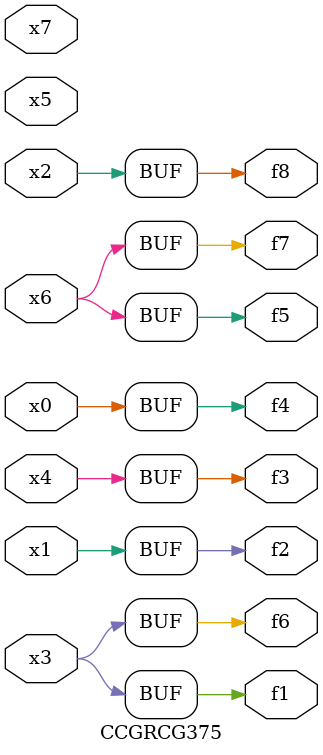
<source format=v>
module CCGRCG375(
	input x0, x1, x2, x3, x4, x5, x6, x7,
	output f1, f2, f3, f4, f5, f6, f7, f8
);
	assign f1 = x3;
	assign f2 = x1;
	assign f3 = x4;
	assign f4 = x0;
	assign f5 = x6;
	assign f6 = x3;
	assign f7 = x6;
	assign f8 = x2;
endmodule

</source>
